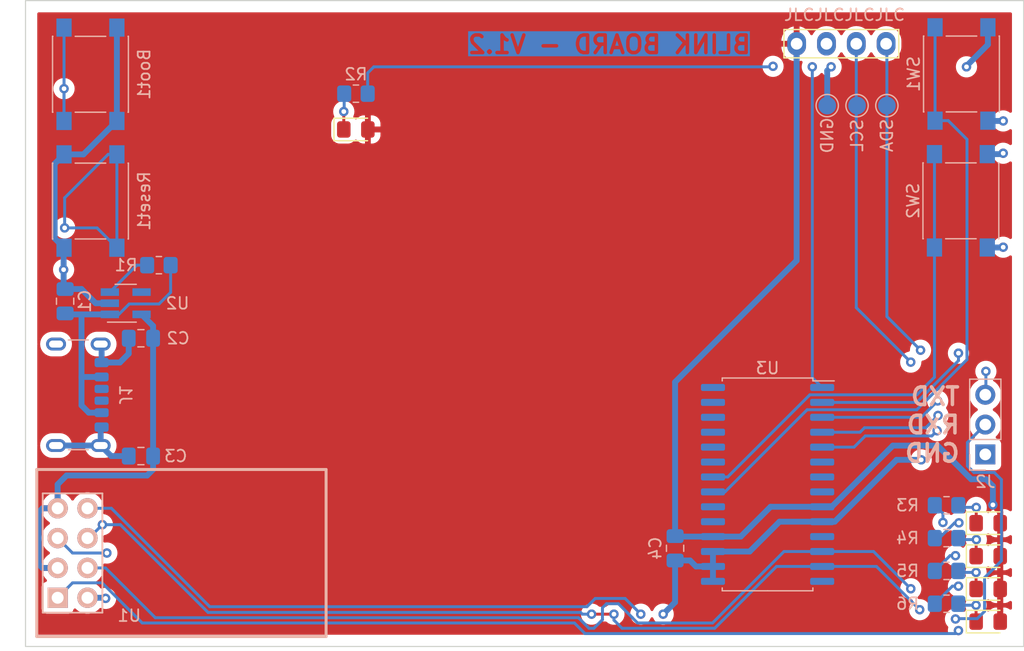
<source format=kicad_pcb>
(kicad_pcb (version 20221018) (generator pcbnew)
  (title_block (title "Blink Board") (date "2023-11-06") (rev "0"))
  (layers (0 "F.Cu" signal) (1 "In1.Cu" signal) (2 "In2.Cu" signal) (31 "B.Cu" signal) (34 "B.Paste" user) (35 "F.Paste" user) (36 "B.SilkS" user "B.Silkscreen") (37 "F.SilkS" user "F.Silkscreen") (38 "B.Mask" user) (39 "F.Mask" user) (44 "Edge.Cuts" user))
  (net 0 "")
  (net 1 "GND")
  (net 2 "+3V3")
  (net 3 "/I2C_SCL")
  (net 4 "/I2C_SDA")
  (net 5 "+5V")
  (net 6 "Net-(D1-K)")
  (net 7 "Net-(D2-K)")
  (net 8 "Net-(D3-K)")
  (net 9 "Net-(D4-K)")
  (net 10 "Net-(D5-K)")
  (net 13 "/RXD")
  (net 14 "/TXD")
  (net 15 "Net-(U2-EN)")
  (net 16 "Net-(SW2-B)")
  (net 17 "Net-(Reset1-B)")
  (net 32 "Net-(U3-GPB0)")
  (net 33 "Net-(U3-GPB1)")
  (net 34 "Net-(U3-GPB2)")
  (net 35 "Net-(U3-GPB3)")
  (net 36 "Net-(U3-GPB4)")
  (net 37 "Net-(SW1-B)")
  (footprint "LED_SMD:LED_0805_2012Metric_Pad1.15x1.40mm_HandSolder" (layer "F.Cu") (at 125.975 85.1044)
    (fp_text reference "D4" hide)
    (fp_text value "green")
    (pad "1" smd roundrect (at -1.025 0) (size 1.15 1.4) (layers "F.Cu" "F.Paste" "F.Mask") (roundrect_rratio 0.2173913043) (net 9 "Net-(D4-K)"))
    (pad "2" smd roundrect (at 1.025 0) (size 1.15 1.4) (layers "F.Cu" "F.Paste" "F.Mask") (roundrect_rratio 0.2173913043) (net 2 "+3V3"))
  )
  (footprint "SSD1306:128x64OLED" (layer "F.Cu") (at 113.284 49.276)
    (fp_text reference "Brd1" hide)
    (fp_text value "SSD1306" hide)
    (pad "1" thru_hole oval (at -3.62 -10.6 90) (size 2 1.6) (drill 1) (layers "*.Cu" "*.Mask") (net 2 "+3V3"))
    (pad "2" thru_hole oval (at -1.08 -10.6 90) (size 2 1.6) (drill 1) (layers "*.Cu" "*.Mask") (net 1 "GND"))
    (pad "3" thru_hole oval (at 1.46 -10.6 90) (size 2 1.6) (drill 1) (layers "*.Cu" "*.Mask") (net 3 "/I2C_SCL"))
    (pad "4" thru_hole oval (at 4 -10.6 90) (size 2 1.6) (drill 1) (layers "*.Cu" "*.Mask") (net 4 "/I2C_SDA"))
  )
  (footprint "LED_SMD:LED_0805_2012Metric_Pad1.15x1.40mm_HandSolder" (layer "F.Cu") (at 125.975 82.3104)
    (fp_text reference "D3" hide)
    (fp_text value "red")
    (pad "1" smd roundrect (at -1.025 0) (size 1.15 1.4) (layers "F.Cu" "F.Paste" "F.Mask") (roundrect_rratio 0.2173913043) (net 8 "Net-(D3-K)"))
    (pad "2" smd roundrect (at 1.025 0) (size 1.15 1.4) (layers "F.Cu" "F.Paste" "F.Mask") (roundrect_rratio 0.2173913043) (net 2 "+3V3"))
  )
  (footprint "LED_SMD:LED_0805_2012Metric_Pad1.15x1.40mm_HandSolder" (layer "F.Cu") (at 125.975 87.884)
    (fp_text reference "D5" hide)
    (fp_text value "green")
    (pad "1" smd roundrect (at -1.025 0) (size 1.15 1.4) (layers "F.Cu" "F.Paste" "F.Mask") (roundrect_rratio 0.2173913043) (net 10 "Net-(D5-K)"))
    (pad "2" smd roundrect (at 1.025 0) (size 1.15 1.4) (layers "F.Cu" "F.Paste" "F.Mask") (roundrect_rratio 0.2173913043) (net 2 "+3V3"))
  )
  (footprint "LED_SMD:LED_0805_2012Metric_Pad1.15x1.40mm_HandSolder" (layer "F.Cu") (at 125.975 79.502)
    (fp_text reference "D2" hide)
    (fp_text value "red")
    (pad "1" smd roundrect (at -1.025 0) (size 1.15 1.4) (layers "F.Cu" "F.Paste" "F.Mask") (roundrect_rratio 0.2173913043) (net 7 "Net-(D2-K)"))
    (pad "2" smd roundrect (at 1.025 0) (size 1.15 1.4) (layers "F.Cu" "F.Paste" "F.Mask") (roundrect_rratio 0.2173913043) (net 2 "+3V3"))
  )
  (footprint "LED_SMD:LED_0805_2012Metric_Pad1.15x1.40mm_HandSolder" (layer "F.Cu") (at 72.127 45.974)
    (fp_text reference "D1" hide)
    (fp_text value "blink-blue")
    (pad "1" smd roundrect (at -1.025 0) (size 1.15 1.4) (layers "F.Cu" "F.Paste" "F.Mask") (roundrect_rratio 0.2173913043) (net 6 "Net-(D1-K)"))
    (pad "2" smd roundrect (at 1.025 0) (size 1.15 1.4) (layers "F.Cu" "F.Paste" "F.Mask") (roundrect_rratio 0.2173913043) (net 2 "+3V3"))
  )
  (footprint "Capacitor_SMD:C_0805_2012Metric_Pad1.18x1.45mm_HandSolder" (layer "B.Cu") (at 53.8265 73.787 180)
    (fp_text reference "C3" (at -2.9679 0) (layer "B.SilkS") (effects (justify mirror)))
    (fp_text value "100n")
    (pad "1" smd roundrect (at -1.0375 0 180) (size 1.175 1.45) (layers "B.Cu" "B.Paste" "B.Mask") (roundrect_rratio 0.2127659574) (net 2 "+3V3"))
    (pad "2" smd roundrect (at 1.0375 0 180) (size 1.175 1.45) (layers "B.Cu" "B.Paste" "B.Mask") (roundrect_rratio 0.2127659574) (net 1 "GND"))
  )
  (footprint "ESP8266:ESP-01" (layer "B.Cu") (at 46.736 85.852)
    (fp_text reference "U1" (at 6.096 1.524 180) (layer "B.SilkS") (effects (justify mirror)))
    (fp_text value "ESP-01v090")
    (pad "1" thru_hole rect (at 0 0) (size 1.7272 1.7272) (drill 1.016) (layers "*.Cu" "*.Mask" "B.SilkS") (net 14 "/TXD"))
    (pad "2" thru_hole oval (at 2.54 0) (size 1.7272 1.7272) (drill 1.016) (layers "*.Cu" "*.Mask" "B.SilkS") (net 1 "GND"))
    (pad "3" thru_hole oval (at 0 -2.54) (size 1.7272 1.7272) (drill 1.016) (layers "*.Cu" "*.Mask" "B.SilkS") (net 2 "+3V3"))
    (pad "4" thru_hole oval (at 2.54 -2.54) (size 1.7272 1.7272) (drill 1.016) (layers "*.Cu" "*.Mask" "B.SilkS") (net 3 "/I2C_SCL"))
    (pad "5" thru_hole oval (at 0 -5.08) (size 1.7272 1.7272) (drill 1.016) (layers "*.Cu" "*.Mask" "B.SilkS") (net 17 "Net-(Reset1-B)"))
    (pad "6" thru_hole oval (at 2.54 -5.08) (size 1.7272 1.7272) (drill 1.016) (layers "*.Cu" "*.Mask" "B.SilkS") (net 4 "/I2C_SDA"))
    (pad "7" thru_hole oval (at 0 -7.62) (size 1.7272 1.7272) (drill 1.016) (layers "*.Cu" "*.Mask" "B.SilkS") (net 2 "+3V3"))
    (pad "8" thru_hole oval (at 2.54 -7.62) (size 1.7272 1.7272) (drill 1.016) (layers "*.Cu" "*.Mask" "B.SilkS") (net 13 "/RXD"))
  )
  (footprint "Connector_USB:USB_C_Receptacle_GCT_USB4125-xx-x_6P_TopMnt_Horizontal" (layer "B.Cu") (at 47.4 68.57 90)
    (fp_text reference "J1" (at 0 5.1 270 unlocked) (layer "B.SilkS") (effects (justify mirror)))
    (fp_text value "USB_C_Receptacle_PowerOnly_6P")
    (pad "A5" smd roundrect (at -0.5 3.08 90) (size 0.7 1.2) (layers "B.Cu" "B.Paste" "B.Mask"))
    (pad "A9" smd roundrect (at 1.52 3.08 270) (size 0.76 1.2) (layers "B.Cu" "B.Paste" "B.Mask") (net 5 "+5V"))
    (pad "A12" smd roundrect (at 2.75 3.08 270) (size 0.8 1.2) (layers "B.Cu" "B.Paste" "B.Mask") (net 1 "GND"))
    (pad "B5" smd roundrect (at 0.5 3.08 270) (size 0.7 1.2) (layers "B.Cu" "B.Paste" "B.Mask"))
    (pad "B9" smd roundrect (at -1.52 3.08 90) (size 0.76 1.2) (layers "B.Cu" "B.Paste" "B.Mask") (net 5 "+5V"))
    (pad "B12" smd roundrect (at -2.75 3.08 90) (size 0.8 1.2) (layers "B.Cu" "B.Paste" "B.Mask") (net 1 "GND"))
    (pad "S1" thru_hole oval (at -4.32 -0.8 90) (size 1.1 1.7) (drill oval 0.6 1.2) (layers "*.Cu" "*.Mask" "B.Paste") (net 1 "GND"))
    (pad "S1" thru_hole oval (at -4.32 3 90) (size 1.1 1.7) (drill oval 0.6 1.2) (layers "*.Cu" "*.Mask" "B.Paste") (net 1 "GND"))
    (pad "S1" thru_hole oval (at 4.32 -0.8 90) (size 1.1 1.7) (drill oval 0.6 1.2) (layers "*.Cu" "*.Mask" "B.Paste") (net 1 "GND"))
    (pad "S1" thru_hole oval (at 4.32 3 90) (size 1.1 1.7) (drill oval 0.6 1.2) (layers "*.Cu" "*.Mask" "B.Paste") (net 1 "GND"))
  )
  (footprint "Button_Switch_SMD:SW_Push_1P1T_NO_6x6mm_H9.5mm" (layer "B.Cu") (at 49.53 52.07 -90)
    (fp_text reference "Reset1" (at 0 -4.572 90) (layer "B.SilkS") (effects (justify mirror)))
    (fp_text value "Reset")
    (pad "1" smd rect (at -3.975 2.25 270) (size 1.55 1.3) (layers "B.Cu" "B.Paste" "B.Mask") (net 1 "GND"))
    (pad "1" smd rect (at 3.975 2.25 270) (size 1.55 1.3) (layers "B.Cu" "B.Paste" "B.Mask") (net 1 "GND"))
    (pad "2" smd rect (at -3.975 -2.25 270) (size 1.55 1.3) (layers "B.Cu" "B.Paste" "B.Mask") (net 17 "Net-(Reset1-B)"))
    (pad "2" smd rect (at 3.975 -2.25 270) (size 1.55 1.3) (layers "B.Cu" "B.Paste" "B.Mask") (net 17 "Net-(Reset1-B)"))
  )
  (footprint "Resistor_SMD:R_0805_2012Metric_Pad1.20x1.40mm_HandSolder" (layer "B.Cu") (at 122.428 80.772)
    (fp_text reference "R4" (at -3.318 0) (layer "B.SilkS") (effects (justify mirror)))
    (fp_text value "150")
    (pad "1" smd roundrect (at -1 0) (size 1.2 1.4) (layers "B.Cu" "B.Paste" "B.Mask") (roundrect_rratio 0.2083333333) (net 34 "Net-(U3-GPB2)"))
    (pad "2" smd roundrect (at 1 0) (size 1.2 1.4) (layers "B.Cu" "B.Paste" "B.Mask") (roundrect_rratio 0.2083333333) (net 8 "Net-(D3-K)"))
  )
  (footprint "Resistor_SMD:R_0805_2012Metric_Pad1.20x1.40mm_HandSolder" (layer "B.Cu") (at 72.136 42.926 180)
    (fp_text reference "R2" (at 0 1.65) (layer "B.SilkS") (effects (justify mirror)))
    (fp_text value "33")
    (pad "1" smd roundrect (at -1 0 180) (size 1.2 1.4) (layers "B.Cu" "B.Paste" "B.Mask") (roundrect_rratio 0.2083333333) (net 32 "Net-(U3-GPB0)"))
    (pad "2" smd roundrect (at 1 0 180) (size 1.2 1.4) (layers "B.Cu" "B.Paste" "B.Mask") (roundrect_rratio 0.2083333333) (net 6 "Net-(D1-K)"))
  )
  (footprint "TestPoint:TestPoint_Pad_D1.5mm" (layer "B.Cu") (at 117.348 43.942 -90)
    (fp_text reference "TP2" hide)
    (fp_text value "SDA" (at 2.54 0 90) (layer "B.SilkS") (effects (justify mirror)))
    (pad "1" smd circle (at 0 0 270) (size 1.5 1.5) (layers "B.Cu" "B.Mask") (net 4 "/I2C_SDA"))
  )
  (footprint "Button_Switch_SMD:SW_Push_1P1T_NO_6x6mm_H9.5mm" (layer "B.Cu") (at 123.65 52.05 90)
    (fp_text reference "SW2" (at 0 -4.066 90) (layer "B.SilkS") (effects (justify mirror)))
    (fp_text value "BTN_2")
    (pad "1" smd rect (at -3.975 2.25 90) (size 1.55 1.3) (layers "B.Cu" "B.Paste" "B.Mask") (net 1 "GND"))
    (pad "1" smd rect (at 3.975 2.25 90) (size 1.55 1.3) (layers "B.Cu" "B.Paste" "B.Mask") (net 1 "GND"))
    (pad "2" smd rect (at -3.975 -2.25 90) (size 1.55 1.3) (layers "B.Cu" "B.Paste" "B.Mask") (net 16 "Net-(SW2-B)"))
    (pad "2" smd rect (at 3.975 -2.25 90) (size 1.55 1.3) (layers "B.Cu" "B.Paste" "B.Mask") (net 16 "Net-(SW2-B)"))
  )
  (footprint "Resistor_SMD:R_0805_2012Metric_Pad1.20x1.40mm_HandSolder" (layer "B.Cu") (at 122.428 77.978)
    (fp_text reference "R3" (at -3.318 0) (layer "B.SilkS") (effects (justify mirror)))
    (fp_text value "150")
    (pad "1" smd roundrect (at -1 0) (size 1.2 1.4) (layers "B.Cu" "B.Paste" "B.Mask") (roundrect_rratio 0.2083333333) (net 33 "Net-(U3-GPB1)"))
    (pad "2" smd roundrect (at 1 0) (size 1.2 1.4) (layers "B.Cu" "B.Paste" "B.Mask") (roundrect_rratio 0.2083333333) (net 7 "Net-(D2-K)"))
  )
  (footprint "Button_Switch_SMD:SW_Push_1P1T_NO_6x6mm_H9.5mm" (layer "B.Cu") (at 49.53 41.275 -90)
    (fp_text reference "Boot1" (at 0 -4.572 90) (layer "B.SilkS") (effects (justify mirror)))
    (fp_text value "Boot")
    (pad "1" smd rect (at -3.975 2.25 270) (size 1.55 1.3) (layers "B.Cu" "B.Paste" "B.Mask") (net 4 "/I2C_SDA"))
    (pad "1" smd rect (at 3.975 2.25 270) (size 1.55 1.3) (layers "B.Cu" "B.Paste" "B.Mask") (net 4 "/I2C_SDA"))
    (pad "2" smd rect (at -3.975 -2.25 270) (size 1.55 1.3) (layers "B.Cu" "B.Paste" "B.Mask") (net 1 "GND"))
    (pad "2" smd rect (at 3.975 -2.25 270) (size 1.55 1.3) (layers "B.Cu" "B.Paste" "B.Mask") (net 1 "GND"))
  )
  (footprint "Button_Switch_SMD:SW_Push_1P1T_NO_6x6mm_H9.5mm" (layer "B.Cu") (at 123.7 41.25 90)
    (fp_text reference "SW1" (at 0 -4.066 90) (layer "B.SilkS") (effects (justify mirror)))
    (fp_text value "BTN_1")
    (pad "1" smd rect (at -3.975 2.25 90) (size 1.55 1.3) (layers "B.Cu" "B.Paste" "B.Mask") (net 1 "GND"))
    (pad "1" smd rect (at 3.975 2.25 90) (size 1.55 1.3) (layers "B.Cu" "B.Paste" "B.Mask") (net 1 "GND"))
    (pad "2" smd rect (at -3.975 -2.25 90) (size 1.55 1.3) (layers "B.Cu" "B.Paste" "B.Mask") (net 37 "Net-(SW1-B)"))
    (pad "2" smd rect (at 3.975 -2.25 90) (size 1.55 1.3) (layers "B.Cu" "B.Paste" "B.Mask") (net 37 "Net-(SW1-B)"))
  )
  (footprint "TestPoint:TestPoint_Pad_D1.5mm" (layer "B.Cu") (at 112.268 43.942 -90)
    (fp_text reference "TP1" hide)
    (fp_text value "GND" (at 2.54 0 90) (layer "B.SilkS") (effects (justify mirror)))
    (pad "1" smd circle (at 0 0 270) (size 1.5 1.5) (layers "B.Cu" "B.Mask") (net 1 "GND"))
  )
  (footprint "Capacitor_SMD:C_0805_2012Metric_Pad1.18x1.45mm_HandSolder" (layer "B.Cu") (at 53.8265 63.754 180)
    (fp_text reference "C2" (at -3.1711 0) (layer "B.SilkS") (effects (justify mirror)))
    (fp_text value "1u")
    (pad "1" smd roundrect (at -1.0375 0 180) (size 1.175 1.45) (layers "B.Cu" "B.Paste" "B.Mask") (roundrect_rratio 0.2127659574) (net 2 "+3V3"))
    (pad "2" smd roundrect (at 1.0375 0 180) (size 1.175 1.45) (layers "B.Cu" "B.Paste" "B.Mask") (roundrect_rratio 0.2127659574) (net 1 "GND"))
  )
  (footprint "Resistor_SMD:R_0805_2012Metric_Pad1.20x1.40mm_HandSolder" (layer "B.Cu") (at 122.428 83.566)
    (fp_text reference "R5" (at -3.318 0) (layer "B.SilkS") (effects (justify mirror)))
    (fp_text value "82")
    (pad "1" smd roundrect (at -1 0) (size 1.2 1.4) (layers "B.Cu" "B.Paste" "B.Mask") (roundrect_rratio 0.2083333333) (net 35 "Net-(U3-GPB3)"))
    (pad "2" smd roundrect (at 1 0) (size 1.2 1.4) (layers "B.Cu" "B.Paste" "B.Mask") (roundrect_rratio 0.2083333333) (net 9 "Net-(D4-K)"))
  )
  (footprint "Capacitor_SMD:C_0805_2012Metric_Pad1.18x1.45mm_HandSolder" (layer "B.Cu") (at 99.314 81.6395 -90)
    (fp_text reference "C4" (at 0 1.68 90) (layer "B.SilkS") (effects (justify mirror)))
    (fp_text value "100n")
    (pad "1" smd roundrect (at -1.0375 0 270) (size 1.175 1.45) (layers "B.Cu" "B.Paste" "B.Mask") (roundrect_rratio 0.2127659574) (net 2 "+3V3"))
    (pad "2" smd roundrect (at 1.0375 0 270) (size 1.175 1.45) (layers "B.Cu" "B.Paste" "B.Mask") (roundrect_rratio 0.2127659574) (net 1 "GND"))
  )
  (footprint "Resistor_SMD:R_0805_2012Metric_Pad1.20x1.40mm_HandSolder" (layer "B.Cu") (at 122.428 86.36)
    (fp_text reference "R6" (at -3.318 0) (layer "B.SilkS") (effects (justify mirror)))
    (fp_text value "82")
    (pad "1" smd roundrect (at -1 0) (size 1.2 1.4) (layers "B.Cu" "B.Paste" "B.Mask") (roundrect_rratio 0.2083333333) (net 36 "Net-(U3-GPB4)"))
    (pad "2" smd roundrect (at 1 0) (size 1.2 1.4) (layers "B.Cu" "B.Paste" "B.Mask") (roundrect_rratio 0.2083333333) (net 10 "Net-(D5-K)"))
  )
  (footprint "Package_SO:SOIC-28W_7.5x17.9mm_P1.27mm" (layer "B.Cu") (at 107.188 76.2 180)
    (fp_text reference "U3" (at 0 9.9) (layer "B.SilkS") (effects (justify mirror)))
    (fp_text value "MCP23017_SO")
    (pad "1" smd roundrect (at -4.65 8.255 180) (size 2.05 0.6) (layers "B.Cu" "B.Paste" "B.Mask") (net 32 "Net-(U3-GPB0)"))
    (pad "2" smd roundrect (at -4.65 6.985 180) (size 2.05 0.6) (layers "B.Cu" "B.Paste" "B.Mask") (net 33 "Net-(U3-GPB1)"))
    (pad "3" smd roundrect (at -4.65 5.715 180) (size 2.05 0.6) (layers "B.Cu" "B.Paste" "B.Mask") (net 34 "Net-(U3-GPB2)"))
    (pad "4" smd roundrect (at -4.65 4.445 180) (size 2.05 0.6) (layers "B.Cu" "B.Paste" "B.Mask") (net 35 "Net-(U3-GPB3)"))
    (pad "5" smd roundrect (at -4.65 3.175 180) (size 2.05 0.6) (layers "B.Cu" "B.Paste" "B.Mask") (net 36 "Net-(U3-GPB4)"))
    (pad "6" smd roundrect (at -4.65 1.905 180) (size 2.05 0.6) (layers "B.Cu" "B.Paste" "B.Mask"))
    (pad "7" smd roundrect (at -4.65 0.635 180) (size 2.05 0.6) (layers "B.Cu" "B.Paste" "B.Mask"))
    (pad "8" smd roundrect (at -4.65 -0.635 180) (size 2.05 0.6) (layers "B.Cu" "B.Paste" "B.Mask"))
    (pad "9" smd roundrect (at -4.65 -1.905 180) (size 2.05 0.6) (layers "B.Cu" "B.Paste" "B.Mask") (net 2 "+3V3"))
    (pad "10" smd roundrect (at -4.65 -3.175 180) (size 2.05 0.6) (layers "B.Cu" "B.Paste" "B.Mask") (net 1 "GND"))
    (pad "11" smd roundrect (at -4.65 -4.445 180) (size 2.05 0.6) (layers "B.Cu" "B.Paste" "B.Mask"))
    (pad "12" smd roundrect (at -4.65 -5.715 180) (size 2.05 0.6) (layers "B.Cu" "B.Paste" "B.Mask") (net 3 "/I2C_SCL"))
    (pad "13" smd roundrect (at -4.65 -6.985 180) (size 2.05 0.6) (layers "B.Cu" "B.Paste" "B.Mask") (net 4 "/I2C_SDA"))
    (pad "14" smd roundrect (at -4.65 -8.255 180) (size 2.05 0.6) (layers "B.Cu" "B.Paste" "B.Mask"))
    (pad "15" smd roundrect (at 4.65 -8.255 180) (size 2.05 0.6) (layers "B.Cu" "B.Paste" "B.Mask") (net 1 "GND"))
    (pad "16" smd roundrect (at 4.65 -6.985 180) (size 2.05 0.6) (layers "B.Cu" "B.Paste" "B.Mask") (net 1 "GND"))
    (pad "17" smd roundrect (at 4.65 -5.715 180) (size 2.05 0.6) (layers "B.Cu" "B.Paste" "B.Mask") (net 1 "GND"))
    (pad "18" smd roundrect (at 4.65 -4.445 180) (size 2.05 0.6) (layers "B.Cu" "B.Paste" "B.Mask") (net 2 "+3V3"))
    (pad "19" smd roundrect (at 4.65 -3.175 180) (size 2.05 0.6) (layers "B.Cu" "B.Paste" "B.Mask"))
    (pad "20" smd roundrect (at 4.65 -1.905 180) (size 2.05 0.6) (layers "B.Cu" "B.Paste" "B.Mask"))
    (pad "21" smd roundrect (at 4.65 -0.635 180) (size 2.05 0.6) (layers "B.Cu" "B.Paste" "B.Mask") (net 37 "Net-(SW1-B)"))
    (pad "22" smd roundrect (at 4.65 0.635 180) (size 2.05 0.6) (layers "B.Cu" "B.Paste" "B.Mask") (net 16 "Net-(SW2-B)"))
    (pad "23" smd roundrect (at 4.65 1.905 180) (size 2.05 0.6) (layers "B.Cu" "B.Paste" "B.Mask"))
    (pad "24" smd roundrect (at 4.65 3.175 180) (size 2.05 0.6) (layers "B.Cu" "B.Paste" "B.Mask"))
    (pad "25" smd roundrect (at 4.65 4.445 180) (size 2.05 0.6) (layers "B.Cu" "B.Paste" "B.Mask"))
    (pad "26" smd roundrect (at 4.65 5.715 180) (size 2.05 0.6) (layers "B.Cu" "B.Paste" "B.Mask"))
    (pad "27" smd roundrect (at 4.65 6.985 180) (size 2.05 0.6) (layers "B.Cu" "B.Paste" "B.Mask"))
    (pad "28" smd roundrect (at 4.65 8.255 180) (size 2.05 0.6) (layers "B.Cu" "B.Paste" "B.Mask"))
  )
  (footprint "Connector_PinHeader_2.54mm:PinHeader_1x03_P2.54mm_Vertical" (layer "B.Cu") (at 125.73 73.645)
    (fp_text reference "J2" (at 0 2.33) (layer "B.SilkS") (effects (justify mirror)))
    (fp_text value "Debug")
    (pad "1" thru_hole rect (at 0 0) (size 1.7 1.7) (drill 1) (layers "*.Cu" "*.Mask") (net 1 "GND"))
    (pad "2" thru_hole oval (at 0 -2.54) (size 1.7 1.7) (drill 1) (layers "*.Cu" "*.Mask") (net 13 "/RXD"))
    (pad "3" thru_hole oval (at 0 -5.08) (size 1.7 1.7) (drill 1) (layers "*.Cu" "*.Mask") (net 14 "/TXD"))
  )
  (footprint "TestPoint:TestPoint_Pad_D1.5mm" (layer "B.Cu") (at 114.808 43.942 -90)
    (fp_text reference "TP3" hide)
    (fp_text value "SCL" (at 2.54 0 90) (layer "B.SilkS") (effects (justify mirror)))
    (pad "1" smd circle (at 0 0 270) (size 1.5 1.5) (layers "B.Cu" "B.Mask") (net 3 "/I2C_SCL"))
  )
  (footprint "Package_TO_SOT_SMD:SOT-23-5_HandSoldering" (layer "B.Cu") (at 52.531 60.772)
    (fp_text reference "U2" (at 4.4158 0.0102 180) (layer "B.SilkS") (effects (justify mirror)))
    (fp_text value "MIC5504-3.3YM5")
    (pad "1" smd rect (at -1.35 0.95) (size 1.56 0.65) (layers "B.Cu" "B.Paste" "B.Mask") (net 5 "+5V"))
    (pad "2" smd rect (at -1.35 0) (size 1.56 0.65) (layers "B.Cu" "B.Paste" "B.Mask") (net 1 "GND"))
    (pad "3" smd rect (at -1.35 -0.95) (size 1.56 0.65) (layers "B.Cu" "B.Paste" "B.Mask") (net 15 "Net-(U2-EN)"))
    (pad "4" smd rect (at 1.35 -0.95) (size 1.56 0.65) (layers "B.Cu" "B.Paste" "B.Mask"))
    (pad "5" smd rect (at 1.35 0.95) (size 1.56 0.65) (layers "B.Cu" "B.Paste" "B.Mask") (net 2 "+3V3"))
  )
  (footprint "Resistor_SMD:R_0805_2012Metric_Pad1.20x1.40mm_HandSolder" (layer "B.Cu") (at 55.356 57.531 180)
    (fp_text reference "R1" (at 2.794 0) (layer "B.SilkS") (effects (justify mirror)))
    (fp_text value "10K")
    (pad "1" smd roundrect (at -1 0 180) (size 1.2 1.4) (layers "B.Cu" "B.Paste" "B.Mask") (roundrect_rratio 0.2083333333) (net 5 "+5V"))
    (pad "2" smd roundrect (at 1 0 180) (size 1.2 1.4) (layers "B.Cu" "B.Paste" "B.Mask") (roundrect_rratio 0.2083333333) (net 15 "Net-(U2-EN)"))
  )
  (footprint "Capacitor_SMD:C_0805_2012Metric_Pad1.18x1.45mm_HandSolder" (layer "B.Cu") (at 47.371 60.6005 90)
    (fp_text reference "C1" (at 0 1.68 90) (layer "B.SilkS") (effects (justify mirror)))
    (fp_text value "1u")
    (pad "1" smd roundrect (at -1.0375 0 90) (size 1.175 1.45) (layers "B.Cu" "B.Paste" "B.Mask") (roundrect_rratio 0.2127659574) (net 5 "+5V"))
    (pad "2" smd roundrect (at 1.0375 0 90) (size 1.175 1.45) (layers "B.Cu" "B.Paste" "B.Mask") (roundrect_rratio 0.2127659574) (net 1 "GND"))
  )
  (gr_rect (start 44 35) (end 129 90) (stroke (width 0.1)) (fill none) (layer "Edge.Cuts"))
  (gr_text "BLINK BOARD - V1.2" (at 105.918 39.624) (layer "B.Cu" knockout) (effects (font (size 1.5 1.5) (thickness 0.3) bold) (justify left bottom mirror)))
  (gr_text "JLCJLCJLCJLC" (at 108.5 36.8) (layer "B.SilkS") (effects (font (size 1 1)) (justify left bottom)))
  (gr_text "TXD\nRXD\nGND" (at 123.698 74.422) (layer "B.SilkS") (effects (font (size 1.5 1.5) (thickness 0.3) bold) (justify left bottom mirror)))
  (via (at 127.254 56) (size 0.8) (drill 0.4) (layers "F.Cu" "B.Cu") (net 1))
  (via (at 120.2735 74.10675) (size 0.8) (drill 0.4) (layers "F.Cu" "B.Cu") (net 1))
  (via (at 124.128 40.64) (size 0.8) (drill 0.4) (layers "F.Cu" "B.Cu") (net 1))
  (via (at 50.819777 85.905223) (size 0.8) (drill 0.4) (layers "F.Cu" "B.Cu") (net 1))
  (via (at 127.254 48) (size 0.8) (drill 0.4) (layers "F.Cu" "B.Cu") (net 1))
  (via (at 98.298 87.249) (size 0.8) (drill 0.4) (layers "F.Cu" "B.Cu") (net 1))
  (via (at 112.598 40.64) (size 0.8) (drill 0.4) (layers "F.Cu" "B.Cu") (net 1))
  (via (at 47.244 57.912) (size 0.8) (drill 0.4) (layers "F.Cu" "B.Cu") (net 1))
  (via (at 127.254 45.25) (size 0.8) (drill 0.4) (layers "F.Cu" "B.Cu") (net 1))
  (segment (start 46.6 64.25) (end 46.609 64.241) (width 0.5) (layer "B.Cu") (net 1))
  (segment (start 108.204 79.375) (end 105.664 81.915) (width 0.5) (layer "B.Cu") (net 1))
  (segment (start 118.17125 74.10675) (end 112.903 79.375) (width 0.5) (layer "B.Cu") (net 1))
  (segment (start 47.244 57.912) (end 47.244 59.436) (width 0.5) (layer "B.Cu") (net 1))
  (segment (start 51.181 60.772) (end 49.977 60.772) (width 0.5) (layer "B.Cu") (net 1))
  (segment (start 112.268 40.97) (end 112.268 43.942) (width 0.5) (layer "B.Cu") (net 1))
  (segment (start 124.128 40.64) (end 124.128 40.572) (width 0.5) (layer "B.Cu") (net 1))
  (segment (start 50.48 65.82) (end 50.48 64.33) (width 0.5) (layer "B.Cu") (net 1))
  (segment (start 99.314 86.233) (end 99.314 82.677) (width 0.5) (layer "B.Cu") (net 1))
  (segment (start 52.036 65.82) (end 50.48 65.82) (width 0.5) (layer "B.Cu") (net 1))
  (segment (start 52.789 65.067) (end 52.036 65.82) (width 0.5) (layer "B.Cu") (net 1))
  (segment (start 100.584 82.677) (end 99.314 82.677) (width 0.5) (layer "B.Cu") (net 1))
  (segment (start 47.244 59.436) (end 47.371 59.563) (width 0.5) (layer "B.Cu") (net 1))
  (segment (start 52.789 73.787) (end 51.297 73.787) (width 0.5) (layer "B.Cu") (net 1))
  (segment (start 50.819777 85.905223) (end 50.766554 85.852) (width 0.5) (layer "B.Cu") (net 1))
  (segment (start 125.9 48.075) (end 127.179 48.075) (width 0.5) (layer "B.Cu") (net 1))
  (segment (start 51.78 45.25) (end 51.78 37.3) (width 0.5) (layer "B.Cu") (net 1))
  (segment (start 51.297 73.787) (end 50.4 72.89) (width 0.5) (layer "B.Cu") (net 1))
  (segment (start 127.229 56.025) (end 127.254 56) (width 0.5) (layer "B.Cu") (net 1))
  (segment (start 124.128 40.572) (end 125.95 38.75) (width 0.5) (layer "B.Cu") (net 1))
  (segment (start 111.838 79.375) (end 108.204 79.375) (width 0.5) (layer "B.Cu") (net 1))
  (segment (start 102.538 83.185) (end 101.092 83.185) (width 0.5) (layer "B.Cu") (net 1))
  (segment (start 48.935 48.095) (end 51.78 45.25) (width 0.5) (layer "B.Cu") (net 1))
  (segment (start 125.95 38.75) (end 125.95 37.275) (width 0.5) (layer "B.Cu") (net 1))
  (segment (start 52.789 63.754) (end 52.789 65.067) (width 0.5) (layer "B.Cu") (net 1))
  (segment (start 47.244 57.912) (end 47.244 56.081) (width 0.5) (layer "B.Cu") (net 1))
  (segment (start 48.768 59.563) (end 47.371 59.563) (width 0.5) (layer "B.Cu") (net 1))
  (segment (start 105.664 81.915) (end 102.538 81.915) (width 0.5) (layer "B.Cu") (net 1))
  (segment (start 102.538 81.915) (end 102.538 84.455) (width 0.5) (layer "B.Cu") (net 1))
  (segment (start 98.298 87.249) (end 99.314 86.233) (width 0.5) (layer "B.Cu") (net 1))
  (segment (start 47.244 56.081) (end 47.28 56.045) (width 0.5) (layer "B.Cu") (net 1))
  (segment (start 46.482 55.247) (end 46.482 48.893) (width 0.5) (layer "B.Cu") (net 1))
  (segment (start 125.975 45.25) (end 125.95 45.225) (width 0.5) (layer "B.Cu") (net 1))
  (segment (start 50.4 72.89) (end 46.6 72.89) (width 0.5) (layer "B.Cu") (net 1))
  (segment (start 50.4 71.4) (end 50.48 71.32) (width 0.5) (layer "B.Cu") (net 1))
  (segment (start 127.179 48.075) (end 127.254 48) (width 0.5) (layer "B.Cu") (net 1))
  (segment (start 101.092 83.185) (end 100.584 82.677) (width 0.5) (layer "B.Cu") (net 1))
  (segment (start 49.977 60.772) (end 48.768 59.563) (width 0.5) (layer "B.Cu") (net 1))
  (segment (start 127.254 45.25) (end 125.975 45.25) (width 0.5) (layer "B.Cu") (net 1))
  (segment (start 46.482 48.893) (end 47.28 48.095) (width 0.5) (layer "B.Cu") (net 1))
  (segment (start 47.28 56.045) (end 46.482 55.247) (width 0.5) (layer "B.Cu") (net 1))
  (segment (start 112.598 40.64) (end 112.268 40.97) (width 0.5) (layer "B.Cu") (net 1))
  (segment (start 120.2735 74.10675) (end 118.17125 74.10675) (width 0.5) (layer "B.Cu") (net 1))
  (segment (start 50.4 72.89) (end 50.4 71.4) (width 0.5) (layer "B.Cu") (net 1))
  (segment (start 50.766554 85.852) (end 49.276 85.852) (width 0.5) (layer "B.Cu") (net 1))
  (segment (start 47.28 48.095) (end 48.935 48.095) (width 0.5) (layer "B.Cu") (net 1))
  (segment (start 125.9 56.025) (end 127.229 56.025) (width 0.5) (layer "B.Cu") (net 1))
  (segment (start 50.48 64.33) (end 50.4 64.25) (width 0.5) (layer "B.Cu") (net 1))
  (segment (start 112.903 79.375) (end 111.838 79.375) (width 0.5) (layer "B.Cu") (net 1))
  (segment (start 126.3771 77.942349) (end 127 78.565249) (width 0.5) (layer "F.Cu") (net 2))
  (segment (start 127 78.565249) (end 127 82.3104) (width 0.5) (layer "F.Cu") (net 2))
  (segment (start 127 88) (end 127 85.1044) (width 0.5) (layer "F.Cu") (net 2))
  (segment (start 127 85.1044) (end 127 82.3104) (width 0.5) (layer "F.Cu") (net 2))
  (via (at 126.3771 77.942349) (size 0.8) (drill 0.4) (layers "F.Cu" "B.Cu") (net 2))
  (segment (start 54.864 62.705) (end 53.881 61.722) (width 0.5) (layer "B.Cu") (net 2))
  (segment (start 126.3771 77.942349) (end 126.3771 76.3391) (width 0.5) (layer "B.Cu") (net 2))
  (segment (start 107.442 78.105) (end 111.838 78.105) (width 0.5) (layer "B.Cu") (net 2))
  (segment (start 47.498 75.438) (end 46.736 76.2) (width 0.5) (layer "B.Cu") (net 2))
  (segment (start 46.736 78.232) (end 45.452 78.232) (width 0.5) (layer "B.Cu") (net 2))
  (segment (start 46.736 76.2) (end 46.736 78.232) (width 0.5) (layer "B.Cu") (net 2))
  (segment (start 99.357 80.645) (end 99.314 80.602) (width 0.5) (layer "B.Cu") (net 2))
  (segment (start 104.902 80.645) (end 107.442 78.105) (width 0.5) (layer "B.Cu") (net 2))
  (segment (start 54.864 63.754) (end 54.864 62.705) (width 0.5) (layer "B.Cu") (net 2))
  (segment (start 117.856 72.898) (end 112.649 78.105) (width 0.5) (layer "B.Cu") (net 2))
  (segment (start 124.527 75.759) (end 121.666 72.898) (width 0.5) (layer "B.Cu") (net 2))
  (segment (start 54.864 73.787) (end 54.864 74.93) (width 0.5) (layer "B.Cu") (net 2))
  (segment (start 121.666 72.898) (end 117.856 72.898) (width 0.5) (layer "B.Cu") (net 2))
  (segment (start 102.538 80.645) (end 99.357 80.645) (width 0.5) (layer "B.Cu") (net 2))
  (segment (start 45.12 78.564) (end 45.12 82.99) (width 0.5) (layer "B.Cu") (net 2))
  (segment (start 112.649 78.105) (end 111.838 78.105) (width 0.5) (layer "B.Cu") (net 2))
  (segment (start 126.3771 76.3391) (end 125.797 75.759) (width 0.5) (layer "B.Cu") (net 2))
  (segment (start 99.314 67.486) (end 109.664 57.136) (width 0.5) (layer "B.Cu") (net 2))
  (segment (start 99.314 80.602) (end 99.314 67.486) (width 0.5) (layer "B.Cu") (net 2))
  (segment (start 54.864 74.93) (end 54.356 75.438) (width 0.5) (layer "B.Cu") (net 2))
  (segment (start 45.452 78.232) (end 45.12 78.564) (width 0.5) (layer "B.Cu") (net 2))
  (segment (start 54.864 63.754) (end 54.864 73.787) (width 0.5) (layer "B.Cu") (net 2))
  (segment (start 102.538 80.645) (end 104.902 80.645) (width 0.5) (layer "B.Cu") (net 2))
  (segment (start 109.664 57.136) (end 109.664 38.676) (width 0.5) (layer "B.Cu") (net 2))
  (segment (start 45.12 82.99) (end 45.442 83.312) (width 0.5) (layer "B.Cu") (net 2))
  (segment (start 54.356 75.438) (end 47.498 75.438) (width 0.5) (layer "B.Cu") (net 2))
  (segment (start 125.797 75.759) (end 124.527 75.759) (width 0.5) (layer "B.Cu") (net 2))
  (segment (start 45.442 83.312) (end 46.736 83.312) (width 0.5) (layer "B.Cu") (net 2))
  (via (at 119.38 65.786) (size 0.8) (drill 0.4) (layers "F.Cu" "B.Cu") (net 3))
  (via (at 119.384299 85.085701) (size 0.8) (drill 0.4) (layers "F.Cu" "B.Cu") (net 3))
  (segment (start 96.118695 88) (end 102.5 88) (width 0.25) (layer "B.Cu") (net 3))
  (segment (start 93.472 86.36) (end 94.488 86.36) (width 0.25) (layer "B.Cu") (net 3))
  (segment (start 95.668 87.549305) (end 96.118695 88) (width 0.25) (layer "B.Cu") (net 3))
  (segment (start 49.276 83.312) (end 50.812 83.312) (width 0.25) (layer "B.Cu") (net 3))
  (segment (start 116.213598 81.915) (end 111.838 81.915) (width 0.25) (layer "B.Cu") (net 3))
  (segment (start 92.398 88.45) (end 93.128 87.72) (width 0.25) (layer "B.Cu") (net 3))
  (segment (start 114.744 61.15) (end 114.744 38.676) (width 0.25) (layer "B.Cu") (net 3))
  (segment (start 50.812 83.312) (end 55.05 87.55) (width 0.25) (layer "B.Cu") (net 3))
  (segment (start 108.585 81.915) (end 111.838 81.915) (width 0.25) (layer "B.Cu") (net 3))
  (segment (start 94.488 86.36) (end 95.668 87.54) (width 0.25) (layer "B.Cu") (net 3))
  (segment (start 93.128 87.72) (end 93.128 86.704) (width 0.25) (layer "B.Cu") (net 3))
  (segment (start 119.384299 85.085701) (end 116.213598 81.915) (width 0.25) (layer "B.Cu") (net 3))
  (segment (start 55.05 87.55) (end 91.079698 87.55) (width 0.25) (layer "B.Cu") (net 3))
  (segment (start 93.128 86.704) (end 93.472 86.36) (width 0.25) (layer "B.Cu") (net 3))
  (segment (start 95.668 87.54) (end 95.668 87.549305) (width 0.25) (layer "B.Cu") (net 3))
  (segment (start 119.38 65.786) (end 114.744 61.15) (width 0.25) (layer "B.Cu") (net 3))
  (segment (start 91.979698 88.45) (end 92.398 88.45) (width 0.25) (layer "B.Cu") (net 3))
  (segment (start 91.079698 87.55) (end 91.979698 88.45) (width 0.25) (layer "B.Cu") (net 3))
  (segment (start 102.5 88) (end 108.585 81.915) (width 0.25) (layer "B.Cu") (net 3))
  (segment (start 94.107 87.249) (end 92.202 87.249) (width 0.25) (layer "F.Cu") (net 4))
  (via (at 47.28 42.5) (size 0.8) (drill 0.4) (layers "F.Cu" "B.Cu") (net 4))
  (via (at 120.142 86.868) (size 0.8) (drill 0.4) (layers "F.Cu" "B.Cu") (net 4))
  (via (at 92.202 87.249) (size 0.8) (drill 0.4) (layers "F.Cu" "B.Cu") (net 4))
  (via (at 94.107 87.249) (size 0.8) (drill 0.4) (layers "F.Cu" "B.Cu") (net 4))
  (via (at 50.546 79.629) (size 0.8) (drill 0.4) (layers "F.Cu" "B.Cu") (net 4))
  (via (at 120.2155 64.77) (size 0.8) (drill 0.4) (layers "F.Cu" "B.Cu") (net 4))
  (segment (start 117.348 38.74) (end 117.284 38.676) (width 0.25) (layer "B.Cu") (net 4))
  (segment (start 59.541 87.1) (end 91.266094 87.1) (width 0.25) (layer "B.Cu") (net 4))
  (segment (start 117.348 43.942) (end 117.348 38.74) (width 0.25) (layer "B.Cu") (net 4))
  (segment (start 120.142 86.868) (end 116.459 83.185) (width 0.25) (layer "B.Cu") (net 4))
  (segment (start 116.459 83.185) (end 111.838 83.185) (width 0.25) (layer "B.Cu") (net 4))
  (segment (start 102.686396 88.45) (end 107.951396 83.185) (width 0.25) (layer "B.Cu") (net 4))
  (segment (start 49.403 80.772) (end 49.276 80.772) (width 0.25) (layer "B.Cu") (net 4))
  (segment (start 47.28 42.5) (end 47.28 45.25) (width 0.25) (layer "B.Cu") (net 4))
  (segment (start 91.266094 87.1) (end 91.415094 87.249) (width 0.25) (layer "B.Cu") (net 4))
  (segment (start 91.415094 87.249) (end 92.202 87.249) (width 0.25) (layer "B.Cu") (net 4))
  (segment (start 94.107 87.757) (end 94.8 88.45) (width 0.25) (layer "B.Cu") (net 4))
  (segment (start 94.8 88.45) (end 102.686396 88.45) (width 0.25) (layer "B.Cu") (net 4))
  (segment (start 52.07 79.629) (end 59.541 87.1) (width 0.25) (layer "B.Cu") (net 4))
  (segment (start 94.107 87.249) (end 94.107 87.757) (width 0.25) (layer "B.Cu") (net 4))
  (segment (start 120.2155 64.77) (end 117.348 61.9025) (width 0.25) (layer "B.Cu") (net 4))
  (segment (start 50.546 79.629) (end 52.07 79.629) (width 0.25) (layer "B.Cu") (net 4))
  (segment (start 117.348 61.9025) (end 117.348 43.942) (width 0.25) (layer "B.Cu") (net 4))
  (segment (start 47.28 37.3) (end 47.28 45.25) (width 0.25) (layer "B.Cu") (net 4))
  (segment (start 107.951396 83.185) (end 111.838 83.185) (width 0.25) (layer "B.Cu") (net 4))
  (segment (start 50.546 79.629) (end 49.403 80.772) (width 0.25) (layer "B.Cu") (net 4))
  (segment (start 56.356 59.849) (end 55.372 60.833) (width 0.25) (layer "B.Cu") (net 5))
  (segment (start 47.455 61.722) (end 47.371 61.638) (width 0.5) (layer "B.Cu") (net 5))
  (segment (start 51.181 61.722) (end 48.768 61.722) (width 0.5) (layer "B.Cu") (net 5))
  (segment (start 48.768 67.056) (end 48.774 67.05) (width 0.5) (layer "B.Cu") (net 5))
  (segment (start 48.774 67.05) (end 50.48 67.05) (width 0.5) (layer "B.Cu") (net 5))
  (segment (start 48.768 69.469) (end 49.389 70.09) (width 0.5) (layer "B.Cu") (net 5))
  (segment (start 49.389 70.09) (end 50.48 70.09) (width 0.5) (layer "B.Cu") (net 5))
  (segment (start 56.356 57.531) (end 56.356 59.849) (width 0.25) (layer "B.Cu") (net 5))
  (segment (start 48.768 61.722) (end 48.768 67.056) (width 0.5) (layer "B.Cu") (net 5))
  (segment (start 52.832 60.833) (end 51.943 61.722) (width 0.25) (layer "B.Cu") (net 5))
  (segment (start 48.768 61.722) (end 47.455 61.722) (width 0.5) (layer "B.Cu") (net 5))
  (segment (start 48.768 67.056) (end 48.768 69.469) (width 0.5) (layer "B.Cu") (net 5))
  (segment (start 55.372 60.833) (end 52.832 60.833) (width 0.25) (layer "B.Cu") (net 5))
  (segment (start 51.943 61.722) (end 51.181 61.722) (width 0.25) (layer "B.Cu") (net 5))
  (segment (start 71.102 44.45) (end 71.102 45.974) (width 0.25) (layer "F.Cu") (net 6))
  (via (at 71.102 44.45) (size 0.8) (drill 0.4) (layers "F.Cu" "B.Cu") (net 6))
  (segment (start 71.136 44.398) (end 71.136 42.926) (width 0.25) (layer "B.Cu") (net 6))
  (segment (start 71.102 44.45) (end 71.102 44.432) (width 0.25) (layer "B.Cu") (net 6))
  (segment (start 71.102 44.432) (end 71.136 44.398) (width 0.25) (layer "B.Cu") (net 6))
  (segment (start 124.957289 78.159344) (end 124.957289 79.712311) (width 0.25) (layer "F.Cu") (net 7))
  (segment (start 124.957289 79.712311) (end 124.95 79.7196) (width 0.25) (layer "F.Cu") (net 7))
  (via (at 124.957289 78.159344) (size 0.8) (drill 0.4) (layers "F.Cu" "B.Cu") (net 7))
  (segment (start 124.957289 78.159344) (end 124.953745 78.1558) (width 0.25) (layer "B.Cu") (net 7))
  (segment (start 123.6058 78.1558) (end 123.428 77.978) (width 0.25) (layer "B.Cu") (net 7))
  (segment (start 124.953745 78.1558) (end 123.6058 78.1558) (width 0.25) (layer "B.Cu") (net 7))
  (segment (start 124.95 80.917) (end 124.95 82.3104) (width 0.25) (layer "F.Cu") (net 8))
  (segment (start 124.968 80.899) (end 124.95 80.917) (width 0.25) (layer "F.Cu") (net 8))
  (via (at 124.968 80.899) (size 0.8) (drill 0.4) (layers "F.Cu" "B.Cu") (net 8))
  (segment (start 124.968 80.899) (end 123.555 80.899) (width 0.25) (layer "B.Cu") (net 8))
  (segment (start 123.555 80.899) (end 123.428 80.772) (width 0.25) (layer "B.Cu") (net 8))
  (segment (start 124.9426 83.693) (end 124.9426 85.097) (width 0.25) (layer "F.Cu") (net 9))
  (segment (start 124.9426 85.097) (end 124.95 85.1044) (width 0.25) (layer "F.Cu") (net 9))
  (via (at 124.9426 83.693) (size 0.8) (drill 0.4) (layers "F.Cu" "B.Cu") (net 9))
  (segment (start 124.9426 83.693) (end 123.555 83.693) (width 0.25) (layer "B.Cu") (net 9))
  (segment (start 123.555 83.693) (end 123.428 83.566) (width 0.25) (layer "B.Cu") (net 9))
  (segment (start 124.9426 87.9926) (end 124.95 88) (width 0.25) (layer "F.Cu") (net 10))
  (segment (start 124.9426 86.487) (end 124.9426 87.9926) (width 0.25) (layer "F.Cu") (net 10))
  (via (at 124.9426 86.487) (size 0.8) (drill 0.4) (layers "F.Cu" "B.Cu") (net 10))
  (segment (start 124.9426 86.487) (end 123.555 86.487) (width 0.25) (layer "B.Cu") (net 10))
  (segment (start 123.555 86.487) (end 123.428 86.36) (width 0.25) (layer "B.Cu") (net 10))
  (via (at 96.393 87.249) (size 0.8) (drill 0.4) (layers "F.Cu" "B.Cu") (net 13))
  (via (at 123.19 87.6595) (size 0.8) (drill 0.4) (layers "F.Cu" "B.Cu") (net 13))
  (segment (start 123.19 87.6595) (end 123.2195 87.63) (width 0.25) (layer "B.Cu") (net 13))
  (segment (start 92.515695 85.91) (end 91.811695 86.614) (width 0.25) (layer "B.Cu") (net 13))
  (segment (start 124.206 74.624828) (end 124.206 72.629) (width 0.25) (layer "B.Cu") (net 13))
  (segment (start 125.6676 84.1364) (end 127.1016 82.7024) (width 0.25) (layer "B.Cu") (net 13))
  (segment (start 91.811695 86.614) (end 59.691396 86.614) (width 0.25) (layer "B.Cu") (net 13))
  (segment (start 59.691396 86.614) (end 51.309396 78.232) (width 0.25) (layer "B.Cu") (net 13))
  (segment (start 126.492 75.184) (end 124.765172 75.184) (width 0.25) (layer "B.Cu") (net 13))
  (segment (start 125.6676 87.005866) (end 125.6676 84.1364) (width 0.25) (layer "B.Cu") (net 13))
  (segment (start 125.043466 87.63) (end 125.6676 87.005866) (width 0.25) (layer "B.Cu") (net 13))
  (segment (start 124.765172 75.184) (end 124.206 74.624828) (width 0.25) (layer "B.Cu") (net 13))
  (segment (start 51.309396 78.232) (end 49.276 78.232) (width 0.25) (layer "B.Cu") (net 13))
  (segment (start 123.2195 87.63) (end 125.043466 87.63) (width 0.25) (layer "B.Cu") (net 13))
  (segment (start 95.054 85.91) (end 92.515695 85.91) (width 0.25) (layer "B.Cu") (net 13))
  (segment (start 127.1016 82.7024) (end 127.1016 75.7936) (width 0.25) (layer "B.Cu") (net 13))
  (segment (start 124.206 72.629) (end 125.73 71.105) (width 0.25) (layer "B.Cu") (net 13))
  (segment (start 127.1016 75.7936) (end 126.492 75.184) (width 0.25) (layer "B.Cu") (net 13))
  (segment (start 96.393 87.249) (end 95.054 85.91) (width 0.25) (layer "B.Cu") (net 13))
  (via (at 125.7808 66.5734) (size 0.8) (drill 0.4) (layers "F.Cu" "B.Cu") (net 14))
  (via (at 123.444 88.646) (size 0.8) (drill 0.4) (layers "F.Cu" "B.Cu") (net 14))
  (segment (start 125.7808 68.5142) (end 125.73 68.565) (width 0.25) (layer "B.Cu") (net 14))
  (segment (start 53.939152 88) (end 50.521152 84.582) (width 0.25) (layer "B.Cu") (net 14))
  (segment (start 123.19 88.9) (end 91.64 88.9) (width 0.25) (layer "B.Cu") (net 14))
  (segment (start 48.006 84.582) (end 46.736 85.852) (width 0.25) (layer "B.Cu") (net 14))
  (segment (start 123.444 88.646) (end 123.19 88.9) (width 0.25) (layer "B.Cu") (net 14))
  (segment (start 125.7808 66.5734) (end 125.7808 68.5142) (width 0.25) (layer "B.Cu") (net 14))
  (segment (start 50.521152 84.582) (end 48.006 84.582) (width 0.25) (layer "B.Cu") (net 14))
  (segment (start 90.74 88) (end 53.939152 88) (width 0.25) (layer "B.Cu") (net 14))
  (segment (start 91.64 88.9) (end 90.74 88) (width 0.25) (layer "B.Cu") (net 14))
  (segment (start 53.472 57.531) (end 51.181 59.822) (width 0.25) (layer "B.Cu") (net 15))
  (segment (start 54.356 57.531) (end 53.472 57.531) (width 0.25) (layer "B.Cu") (net 15))
  (segment (start 121.4 56.025) (end 121.4 67.068) (width 0.25) (layer "B.Cu") (net 16))
  (segment (start 103.791248 75.565) (end 102.538 75.565) (width 0.25) (layer "B.Cu") (net 16))
  (segment (start 121.4 67.068) (end 119.898 68.57) (width 0.25) (layer "B.Cu") (net 16))
  (segment (start 119.898 68.57) (end 110.786248 68.57) (width 0.25) (layer "B.Cu") (net 16))
  (segment (start 110.786248 68.57) (end 103.791248 75.565) (width 0.25) (layer "B.Cu") (net 16))
  (segment (start 121.4 48.075) (end 121.4 56.025) (width 0.25) (layer "B.Cu") (net 16))
  (via (at 47.3315 54.356) (size 0.8) (drill 0.4) (layers "F.Cu" "B.Cu") (net 17))
  (via (at 50.927 82.042) (size 0.8) (drill 0.4) (layers "F.Cu" "B.Cu") (net 17))
  (segment (start 51.0345 48.095) (end 51.78 48.095) (width 0.25) (layer "B.Cu") (net 17))
  (segment (start 47.3315 54.356) (end 50.091 54.356) (width 0.25) (layer "B.Cu") (net 17))
  (segment (start 47.3315 54.356) (end 47.3315 51.798) (width 0.25) (layer "B.Cu") (net 17))
  (segment (start 48.006 82.042) (end 46.736 80.772) (width 0.25) (layer "B.Cu") (net 17))
  (segment (start 47.3315 51.798) (end 51.0345 48.095) (width 0.25) (layer "B.Cu") (net 17))
  (segment (start 51.78 48.095) (end 51.78 56.045) (width 0.25) (layer "B.Cu") (net 17))
  (segment (start 50.927 82.042) (end 48.006 82.042) (width 0.25) (layer "B.Cu") (net 17))
  (segment (start 50.091 54.356) (end 51.78 56.045) (width 0.25) (layer "B.Cu") (net 17))
  (via (at 107.653 40.597) (size 0.8) (drill 0.4) (layers "F.Cu" "B.Cu") (net 32))
  (via (at 110.998 40.64) (size 0.8) (drill 0.4) (layers "F.Cu" "B.Cu") (net 32))
  (segment (start 110.998 67.105) (end 111.838 67.945) (width 0.25) (layer "B.Cu") (net 32))
  (segment (start 73.66 40.64) (end 73.136 41.164) (width 0.25) (layer "B.Cu") (net 32))
  (segment (start 107.61 40.64) (end 73.66 40.64) (width 0.25) (layer "B.Cu") (net 32))
  (segment (start 73.136 41.164) (end 73.136 42.926) (width 0.25) (layer "B.Cu") (net 32))
  (segment (start 107.653 40.597) (end 107.61 40.64) (width 0.25) (layer "B.Cu") (net 32))
  (segment (start 110.998 40.64) (end 110.998 67.105) (width 0.25) (layer "B.Cu") (net 32))
  (via (at 123.444 65.024) (size 0.8) (drill 0.4) (layers "F.Cu" "B.Cu") (net 33))
  (via (at 122.122953 79.439274) (size 0.8) (drill 0.4) (layers "F.Cu" "B.Cu") (net 33))
  (segment (start 119.889396 69.215) (end 111.838 69.215) (width 0.25) (layer "B.Cu") (net 33))
  (segment (start 122.122953 79.439274) (end 122.122953 78.672953) (width 0.25) (layer "B.Cu") (net 33))
  (segment (start 123.444 65.024) (end 123.444 65.660396) (width 0.25) (layer "B.Cu") (net 33))
  (segment (start 123.444 65.660396) (end 119.889396 69.215) (width 0.25) (layer "B.Cu") (net 33))
  (segment (start 122.122953 78.672953) (end 121.428 77.978) (width 0.25) (layer "B.Cu") (net 33))
  (via (at 123.4815 79.4725) (size 0.8) (drill 0.4) (layers "F.Cu" "B.Cu") (net 34))
  (via (at 121.674543 69.090848) (size 0.8) (drill 0.4) (layers "F.Cu" "B.Cu") (net 34))
  (segment (start 123.114326 79.4725) (end 121.814826 80.772) (width 0.25) (layer "B.Cu") (net 34))
  (segment (start 121.674543 69.090848) (end 120.280391 70.485) (width 0.25) (layer "B.Cu") (net 34))
  (segment (start 121.814826 80.772) (end 121.428 80.772) (width 0.25) (layer "B.Cu") (net 34))
  (segment (start 123.4815 79.4725) (end 123.114326 79.4725) (width 0.25) (layer "B.Cu") (net 34))
  (segment (start 120.280391 70.485) (end 111.838 70.485) (width 0.25) (layer "B.Cu") (net 34))
  (via (at 121.703866 70.328732) (size 0.8) (drill 0.4) (layers "F.Cu" "B.Cu") (net 35))
  (via (at 123.19 82.2665) (size 0.8) (drill 0.4) (layers "F.Cu" "B.Cu") (net 35))
  (segment (start 120.658598 71.374) (end 115.443 71.374) (width 0.25) (layer "B.Cu") (net 35))
  (segment (start 122.7275 82.2665) (end 121.428 83.566) (width 0.25) (layer "B.Cu") (net 35))
  (segment (start 123.19 82.2665) (end 122.7275 82.2665) (width 0.25) (layer "B.Cu") (net 35))
  (segment (start 121.703866 70.328732) (end 120.658598 71.374) (width 0.25) (layer "B.Cu") (net 35))
  (segment (start 115.062 71.755) (end 111.838 71.755) (width 0.25) (layer "B.Cu") (net 35))
  (segment (start 115.443 71.374) (end 115.062 71.755) (width 0.25) (layer "B.Cu") (net 35))
  (via (at 121.6235 71.628) (size 0.8) (drill 0.4) (layers "F.Cu" "B.Cu") (net 36))
  (via (at 123.444 84.8655) (size 0.8) (drill 0.4) (layers "F.Cu" "B.Cu") (net 36))
  (segment (start 121.181351 72.070149) (end 115.508851 72.070149) (width 0.25) (layer "B.Cu") (net 36))
  (segment (start 115.508851 72.070149) (end 114.554 73.025) (width 0.25) (layer "B.Cu") (net 36))
  (segment (start 121.6235 71.628) (end 121.181351 72.070149) (width 0.25) (layer "B.Cu") (net 36))
  (segment (start 122.9225 84.8655) (end 121.428 86.36) (width 0.25) (layer "B.Cu") (net 36))
  (segment (start 123.444 84.8655) (end 122.9225 84.8655) (width 0.25) (layer "B.Cu") (net 36))
  (segment (start 114.554 73.025) (end 111.838 73.025) (width 0.25) (layer "B.Cu") (net 36))
  (segment (start 121.45 45.225) (end 122.575 45.225) (width 0.25) (layer "B.Cu") (net 37))
  (segment (start 119.900792 69.84) (end 110.558 69.84) (width 0.25) (layer "B.Cu") (net 37))
  (segment (start 124.169 46.819) (end 124.169 65.571792) (width 0.25) (layer "B.Cu") (net 37))
  (segment (start 124.169 65.571792) (end 119.900792 69.84) (width 0.25) (layer "B.Cu") (net 37))
  (segment (start 122.575 45.225) (end 124.169 46.819) (width 0.25) (layer "B.Cu") (net 37))
  (segment (start 110.558 69.84) (end 103.563 76.835) (width 0.25) (layer "B.Cu") (net 37))
  (segment (start 103.563 76.835) (end 102.538 76.835) (width 0.25) (layer "B.Cu") (net 37))
  (segment (start 121.45 37.275) (end 121.45 45.225) (width 0.25) (layer "B.Cu") (net 37))
  (zone (net 2) (net_name "+3V3") (layer "F.Cu") (priority 1) (connect_pads (clearance 0.5)) (min_thickness 0.25) (fill yes (thermal_gap 0.5) (thermal_bridge_width 0.5))
    (polygon (pts (xy 45 36) (xy 128 36) (xy 128 89) (xy 45 89)))
  )
)
</source>
